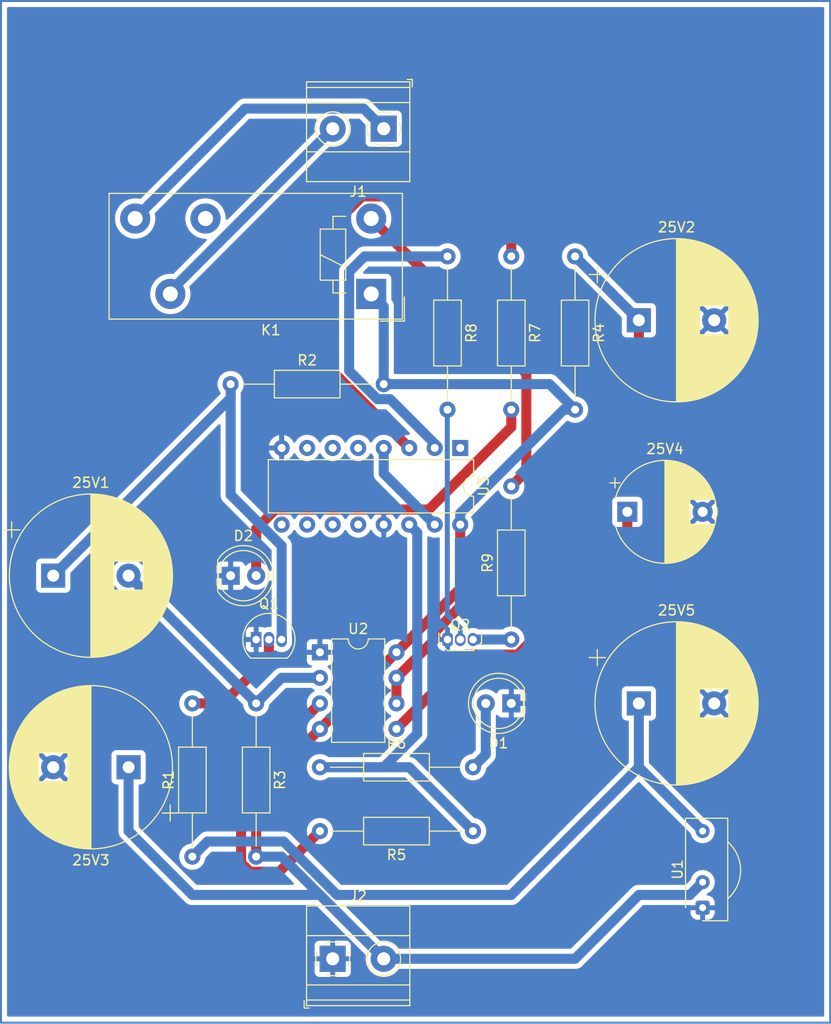
<source format=kicad_pcb>
(kicad_pcb (version 20221018) (generator pcbnew)
  (title_block (title "AC Load Remote Control ") (date "26.09.2023") (rev "1.0") (company "by Muxtar_Safarov"))
  (layers (0 "F.Cu" signal) (31 "B.Cu" signal) (34 "B.Paste" user) (35 "F.Paste" user) (36 "B.SilkS" user "B.Silkscreen") (37 "F.SilkS" user "F.Silkscreen") (38 "B.Mask" user) (39 "F.Mask" user) (44 "Edge.Cuts" user))
  (net 0 "")
  (net 1 "Net-(Q1-E)")
  (net 2 "Net-(U2-TR)")
  (net 3 "Net-(U2-DIS)")
  (net 4 "Earth")
  (net 5 "+6V")
  (net 6 "Net-(U2-CV)")
  (net 7 "Net-(U1-OUT)")
  (net 8 "Net-(D1-A)")
  (net 9 "Net-(D2-A)")
  (net 10 "Net-(J1-Pin_1)")
  (net 11 "Net-(J1-Pin_2)")
  (net 13 "Net-(K1-PadA2)")
  (net 14 "BASE")
  (net 15 "Net-(Q2-B)")
  (net 16 "Net-(Q2-C)")
  (net 17 "Net-(U3-CLK)")
  (net 18 "Net-(U2-Q)")
  (net 19 "Net-(U3-Q0)")
  (net 20 "Net-(U3-Q1)")
  (net 22 "Reset")
  (footprint "Capacitor_THT:CP_Radial_D16.0mm_P7.50mm" (layer "F.Cu") (at 107.95 158.75)
    (fp_text reference "25V5" (at 3.75 -9.25) (layer "F.SilkS"))
    (fp_text value "10uF")
    (pad "1" thru_hole rect (at 0 0) (size 2.4 2.4) (drill 1.2) (layers "*.Cu" "*.Mask") (net 7 "Net-(U1-OUT)"))
    (pad "2" thru_hole circle (at 7.5 0) (size 2.4 2.4) (drill 1.2) (layers "*.Cu" "*.Mask") (net 4 "Earth"))
  )
  (footprint "Package_TO_SOT_THT:TO-92Flat" (layer "F.Cu") (at 88.9 152.4)
    (fp_text reference "Q2" (at 1.27 -1.45) (layer "F.SilkS"))
    (fp_text value "BC140")
    (pad "1" thru_hole roundrect (at 0 0) (size 1.05 1.3) (drill 0.75) (layers "*.Cu" "*.Mask") (roundrect_rratio 0.238) (net 4 "Earth"))
    (pad "2" thru_hole oval (at 1.27 0) (size 1.05 1.3) (drill 0.75) (layers "*.Cu" "*.Mask") (net 15 "Net-(Q2-B)"))
    (pad "3" thru_hole oval (at 2.54 0) (size 1.05 1.3) (drill 0.75) (layers "*.Cu" "*.Mask") (net 16 "Net-(Q2-C)"))
  )
  (footprint "OptoDevice:Vishay_CAST-3Pin" (layer "F.Cu") (at 114.3 179.07 90)
    (fp_text reference "U1" (at 3.8 -2.5 90) (layer "F.SilkS"))
    (fp_text value "TSOP17xx")
    (pad "1" thru_hole roundrect (at 0 0 90) (size 1.4 1.4) (drill 0.7) (layers "*.Cu" "*.Mask") (roundrect_rratio 0.178) (net 4 "Earth"))
    (pad "2" thru_hole circle (at 2.54 0 90) (size 1.4 1.4) (drill 0.7) (layers "*.Cu" "*.Mask") (net 5 "+6V"))
    (pad "3" thru_hole circle (at 7.62 0 90) (size 1.4 1.4) (drill 0.7) (layers "*.Cu" "*.Mask") (net 7 "Net-(U1-OUT)"))
  )
  (footprint "Resistor_THT:R_Axial_DIN0207_L6.3mm_D2.5mm_P15.24mm_Horizontal" (layer "F.Cu") (at 76.2 165.1)
    (fp_text reference "R6" (at 7.62 -2.37) (layer "F.SilkS"))
    (fp_text value "1.2K")
    (pad "1" thru_hole circle (at 0 0) (size 1.6 1.6) (drill 0.8) (layers "*.Cu" "*.Mask") (net 17 "Net-(U3-CLK)"))
    (pad "2" thru_hole oval (at 15.24 0) (size 1.6 1.6) (drill 0.8) (layers "*.Cu" "*.Mask") (net 8 "Net-(D1-A)"))
  )
  (footprint "Capacitor_THT:CP_Radial_D10.0mm_P7.50mm" (layer "F.Cu") (at 106.8 139.7)
    (fp_text reference "25V4" (at 3.75 -6.25) (layer "F.SilkS"))
    (fp_text value "1uF")
    (pad "1" thru_hole rect (at 0 0) (size 2 2) (drill 1) (layers "*.Cu" "*.Mask") (net 6 "Net-(U2-CV)"))
    (pad "2" thru_hole circle (at 7.5 0) (size 2 2) (drill 1) (layers "*.Cu" "*.Mask") (net 4 "Earth"))
  )
  (footprint "Package_DIP:DIP-16_W7.62mm" (layer "F.Cu") (at 90.17 133.35 -90)
    (fp_text reference "U3" (at 3.81 -2.33 90) (layer "F.SilkS"))
    (fp_text value "4017")
    (pad "1" thru_hole rect (at 0 0 270) (size 1.6 1.6) (drill 0.8) (layers "*.Cu" "*.Mask"))
    (pad "2" thru_hole oval (at 0 2.54 270) (size 1.6 1.6) (drill 0.8) (layers "*.Cu" "*.Mask") (net 20 "Net-(U3-Q1)"))
    (pad "3" thru_hole oval (at 0 5.08 270) (size 1.6 1.6) (drill 0.8) (layers "*.Cu" "*.Mask") (net 19 "Net-(U3-Q0)"))
    (pad "4" thru_hole oval (at 0 7.62 270) (size 1.6 1.6) (drill 0.8) (layers "*.Cu" "*.Mask") (net 22 "Reset"))
    (pad "5" thru_hole oval (at 0 10.16 270) (size 1.6 1.6) (drill 0.8) (layers "*.Cu" "*.Mask"))
    (pad "6" thru_hole oval (at 0 12.7 270) (size 1.6 1.6) (drill 0.8) (layers "*.Cu" "*.Mask"))
    (pad "7" thru_hole oval (at 0 15.24 270) (size 1.6 1.6) (drill 0.8) (layers "*.Cu" "*.Mask"))
    (pad "8" thru_hole oval (at 0 17.78 270) (size 1.6 1.6) (drill 0.8) (layers "*.Cu" "*.Mask") (net 4 "Earth"))
    (pad "9" thru_hole oval (at 7.62 17.78 270) (size 1.6 1.6) (drill 0.8) (layers "*.Cu" "*.Mask"))
    (pad "10" thru_hole oval (at 7.62 15.24 270) (size 1.6 1.6) (drill 0.8) (layers "*.Cu" "*.Mask"))
    (pad "11" thru_hole oval (at 7.62 12.7 270) (size 1.6 1.6) (drill 0.8) (layers "*.Cu" "*.Mask"))
    (pad "12" thru_hole oval (at 7.62 10.16 270) (size 1.6 1.6) (drill 0.8) (layers "*.Cu" "*.Mask"))
    (pad "13" thru_hole oval (at 7.62 7.62 270) (size 1.6 1.6) (drill 0.8) (layers "*.Cu" "*.Mask") (net 4 "Earth"))
    (pad "14" thru_hole oval (at 7.62 5.08 270) (size 1.6 1.6) (drill 0.8) (layers "*.Cu" "*.Mask") (net 17 "Net-(U3-CLK)"))
    (pad "15" thru_hole oval (at 7.62 2.54 270) (size 1.6 1.6) (drill 0.8) (layers "*.Cu" "*.Mask") (net 22 "Reset"))
    (pad "16" thru_hole oval (at 7.62 0 270) (size 1.6 1.6) (drill 0.8) (layers "*.Cu" "*.Mask") (net 5 "+6V"))
  )
  (footprint "Resistor_THT:R_Axial_DIN0207_L6.3mm_D2.5mm_P15.24mm_Horizontal" (layer "F.Cu") (at 88.9 114.3 -90)
    (fp_text reference "R8" (at 7.62 -2.37 90) (layer "F.SilkS"))
    (fp_text value "560R")
    (pad "1" thru_hole circle (at 0 0 270) (size 1.6 1.6) (drill 0.8) (layers "*.Cu" "*.Mask") (net 20 "Net-(U3-Q1)"))
    (pad "2" thru_hole oval (at 15.24 0 270) (size 1.6 1.6) (drill 0.8) (layers "*.Cu" "*.Mask") (net 15 "Net-(Q2-B)"))
  )
  (footprint "Resistor_THT:R_Axial_DIN0207_L6.3mm_D2.5mm_P15.24mm_Horizontal" (layer "F.Cu") (at 67.31 127)
    (fp_text reference "R2" (at 7.62 -2.37) (layer "F.SilkS"))
    (fp_text value "4.7K")
    (pad "1" thru_hole circle (at 0 0) (size 1.6 1.6) (drill 0.8) (layers "*.Cu" "*.Mask") (net 1 "Net-(Q1-E)"))
    (pad "2" thru_hole oval (at 15.24 0) (size 1.6 1.6) (drill 0.8) (layers "*.Cu" "*.Mask") (net 5 "+6V"))
  )
  (footprint "Resistor_THT:R_Axial_DIN0207_L6.3mm_D2.5mm_P15.24mm_Horizontal" (layer "F.Cu") (at 91.44 171.45 180)
    (fp_text reference "R5" (at 7.62 -2.37) (layer "F.SilkS"))
    (fp_text value "1.2K")
    (pad "1" thru_hole circle (at 0 0 180) (size 1.6 1.6) (drill 0.8) (layers "*.Cu" "*.Mask") (net 17 "Net-(U3-CLK)"))
    (pad "2" thru_hole oval (at 15.24 0 180) (size 1.6 1.6) (drill 0.8) (layers "*.Cu" "*.Mask") (net 18 "Net-(U2-Q)"))
  )
  (footprint "Relay_THT:Relay_SPDT_Finder_40.41" (layer "F.Cu") (at 81.3075 118.0325 180)
    (fp_text reference "K1" (at 10 -3.6) (layer "F.SilkS"))
    (fp_text value "FINDER-40.41")
    (pad "11" thru_hole circle (at 20 0 180) (size 3 3) (drill 1.5) (layers "*.Cu" "*.Mask") (net 11 "Net-(J1-Pin_2)"))
    (pad "12" thru_hole circle (at 16.5 7.5 180) (size 3 3) (drill 1.5) (layers "*.Cu" "*.Mask"))
    (pad "14" thru_hole circle (at 23.5 7.5 180) (size 3 3) (drill 1.5) (layers "*.Cu" "*.Mask") (net 10 "Net-(J1-Pin_1)"))
    (pad "A1" thru_hole rect (at 0 0 180) (size 3 3) (drill 1.5) (layers "*.Cu" "*.Mask") (net 5 "+6V"))
    (pad "A2" thru_hole circle (at 0 7.5 180) (size 3 3) (drill 1.5) (layers "*.Cu" "*.Mask") (net 13 "Net-(K1-PadA2)"))
  )
  (footprint "Package_DIP:DIP-8_W7.62mm" (layer "F.Cu") (at 76.2 153.67)
    (fp_text reference "U2" (at 3.81 -2.33) (layer "F.SilkS"))
    (fp_text value "NE555P")
    (pad "1" thru_hole rect (at 0 0) (size 1.6 1.6) (drill 0.8) (layers "*.Cu" "*.Mask") (net 4 "Earth"))
    (pad "2" thru_hole oval (at 0 2.54) (size 1.6 1.6) (drill 0.8) (layers "*.Cu" "*.Mask") (net 2 "Net-(U2-TR)"))
    (pad "3" thru_hole oval (at 0 5.08) (size 1.6 1.6) (drill 0.8) (layers "*.Cu" "*.Mask") (net 18 "Net-(U2-Q)"))
    (pad "4" thru_hole oval (at 0 7.62) (size 1.6 1.6) (drill 0.8) (layers "*.Cu" "*.Mask") (net 5 "+6V"))
    (pad "5" thru_hole oval (at 7.62 7.62) (size 1.6 1.6) (drill 0.8) (layers "*.Cu" "*.Mask") (net 6 "Net-(U2-CV)"))
    (pad "6" thru_hole oval (at 7.62 5.08) (size 1.6 1.6) (drill 0.8) (layers "*.Cu" "*.Mask") (net 3 "Net-(U2-DIS)"))
    (pad "7" thru_hole oval (at 7.62 2.54) (size 1.6 1.6) (drill 0.8) (layers "*.Cu" "*.Mask") (net 3 "Net-(U2-DIS)"))
    (pad "8" thru_hole oval (at 7.62 0) (size 1.6 1.6) (drill 0.8) (layers "*.Cu" "*.Mask") (net 5 "+6V"))
  )
  (footprint "Capacitor_THT:CP_Radial_D16.0mm_P7.50mm" (layer "F.Cu") (at 107.95 120.65)
    (fp_text reference "25V2" (at 3.75 -9.25) (layer "F.SilkS"))
    (fp_text value "10uF")
    (pad "1" thru_hole rect (at 0 0) (size 2.4 2.4) (drill 1.2) (layers "*.Cu" "*.Mask") (net 3 "Net-(U2-DIS)"))
    (pad "2" thru_hole circle (at 7.5 0) (size 2.4 2.4) (drill 1.2) (layers "*.Cu" "*.Mask") (net 4 "Earth"))
  )
  (footprint "Capacitor_THT:CP_Radial_D16.0mm_P7.50mm" (layer "F.Cu") (at 49.65 146.05)
    (fp_text reference "25V1" (at 3.75 -9.25) (layer "F.SilkS"))
    (fp_text value "10uF")
    (pad "1" thru_hole rect (at 0 0) (size 2.4 2.4) (drill 1.2) (layers "*.Cu" "*.Mask") (net 1 "Net-(Q1-E)"))
    (pad "2" thru_hole circle (at 7.5 0) (size 2.4 2.4) (drill 1.2) (layers "*.Cu" "*.Mask") (net 2 "Net-(U2-TR)"))
  )
  (footprint "Capacitor_THT:CP_Radial_D16.0mm_P7.50mm" (layer "F.Cu") (at 57.15 165.1 180)
    (fp_text reference "25V3" (at 3.75 -9.25) (layer "F.SilkS"))
    (fp_text value "10uF")
    (pad "1" thru_hole rect (at 0 0 180) (size 2.4 2.4) (drill 1.2) (layers "*.Cu" "*.Mask") (net 5 "+6V"))
    (pad "2" thru_hole circle (at 7.5 0 180) (size 2.4 2.4) (drill 1.2) (layers "*.Cu" "*.Mask") (net 4 "Earth"))
  )
  (footprint "Resistor_THT:R_Axial_DIN0207_L6.3mm_D2.5mm_P15.24mm_Horizontal" (layer "F.Cu") (at 95.25 152.4 90)
    (fp_text reference "R9" (at 7.62 -2.37 90) (layer "F.SilkS"))
    (fp_text value "100R")
    (pad "1" thru_hole circle (at 0 0 90) (size 1.6 1.6) (drill 0.8) (layers "*.Cu" "*.Mask") (net 16 "Net-(Q2-C)"))
    (pad "2" thru_hole oval (at 15.24 0 90) (size 1.6 1.6) (drill 0.8) (layers "*.Cu" "*.Mask") (net 13 "Net-(K1-PadA2)"))
  )
  (footprint "LED_THT:LED_D5.0mm" (layer "F.Cu") (at 95.25 158.75 180)
    (fp_text reference "D1" (at 1.27 -3.96) (layer "F.SilkS"))
    (fp_text value "LED")
    (pad "1" thru_hole rect (at 0 0 180) (size 1.8 1.8) (drill 0.9) (layers "*.Cu" "*.Mask") (net 4 "Earth"))
    (pad "2" thru_hole circle (at 2.54 0 180) (size 1.8 1.8) (drill 0.9) (layers "*.Cu" "*.Mask") (net 8 "Net-(D1-A)"))
  )
  (footprint "Resistor_THT:R_Axial_DIN0207_L6.3mm_D2.5mm_P15.24mm_Horizontal" (layer "F.Cu") (at 101.6 114.3 -90)
    (fp_text reference "R4" (at 7.62 -2.37 90) (layer "F.SilkS"))
    (fp_text value "270K")
    (pad "1" thru_hole circle (at 0 0 270) (size 1.6 1.6) (drill 0.8) (layers "*.Cu" "*.Mask") (net 3 "Net-(U2-DIS)"))
    (pad "2" thru_hole oval (at 15.24 0 270) (size 1.6 1.6) (drill 0.8) (layers "*.Cu" "*.Mask") (net 5 "+6V"))
  )
  (footprint "Resistor_THT:R_Axial_DIN0207_L6.3mm_D2.5mm_P15.24mm_Horizontal" (layer "F.Cu") (at 95.25 114.3 -90)
    (fp_text reference "R7" (at 7.62 -2.37 90) (layer "F.SilkS"))
    (fp_text value "1.2K")
    (pad "1" thru_hole circle (at 0 0 270) (size 1.6 1.6) (drill 0.8) (layers "*.Cu" "*.Mask") (net 19 "Net-(U3-Q0)"))
    (pad "2" thru_hole oval (at 15.24 0 270) (size 1.6 1.6) (drill 0.8) (layers "*.Cu" "*.Mask") (net 9 "Net-(D2-A)"))
  )
  (footprint "Resistor_THT:R_Axial_DIN0207_L6.3mm_D2.5mm_P15.24mm_Horizontal" (layer "F.Cu") (at 69.85 158.75 -90)
    (fp_text reference "R3" (at 7.62 -2.37 90) (layer "F.SilkS"))
    (fp_text value "10K")
    (pad "1" thru_hole circle (at 0 0 270) (size 1.6 1.6) (drill 0.8) (layers "*.Cu" "*.Mask") (net 2 "Net-(U2-TR)"))
    (pad "2" thru_hole oval (at 15.24 0 270) (size 1.6 1.6) (drill 0.8) (layers "*.Cu" "*.Mask") (net 5 "+6V"))
  )
  (footprint "TerminalBlock_Phoenix:TerminalBlock_Phoenix_MKDS-1,5-2-5.08_1x02_P5.08mm_Horizontal" (layer "F.Cu") (at 77.47 184.15)
    (fp_text reference "J2" (at 2.54 -6.26) (layer "F.SilkS"))
    (fp_text value "VCC")
    (pad "1" thru_hole rect (at 0 0) (size 2.6 2.6) (drill 1.3) (layers "*.Cu" "*.Mask") (net 4 "Earth"))
    (pad "2" thru_hole circle (at 5.08 0) (size 2.6 2.6) (drill 1.3) (layers "*.Cu" "*.Mask") (net 5 "+6V"))
  )
  (footprint "Package_TO_SOT_THT:TO-92_Inline" (layer "F.Cu") (at 69.85 152.4)
    (fp_text reference "Q1" (at 1.27 -3.56) (layer "F.SilkS"))
    (fp_text value "BC158")
    (pad "1" thru_hole rect (at 0 0) (size 1.05 1.5) (drill 0.75) (layers "*.Cu" "*.Mask") (net 4 "Earth"))
    (pad "2" thru_hole oval (at 1.27 0) (size 1.05 1.5) (drill 0.75) (layers "*.Cu" "*.Mask") (net 14 "BASE"))
    (pad "3" thru_hole oval (at 2.54 0) (size 1.05 1.5) (drill 0.75) (layers "*.Cu" "*.Mask") (net 1 "Net-(Q1-E)"))
  )
  (footprint "TerminalBlock_Phoenix:TerminalBlock_Phoenix_MKDS-1,5-2-5.08_1x02_P5.08mm_Horizontal" (layer "F.Cu") (at 82.55 101.6 180)
    (fp_text reference "J1" (at 2.54 -6.26) (layer "F.SilkS"))
    (fp_text value "AC 230V 50Hz")
    (pad "1" thru_hole rect (at 0 0 180) (size 2.6 2.6) (drill 1.3) (layers "*.Cu" "*.Mask") (net 10 "Net-(J1-Pin_1)"))
    (pad "2" thru_hole circle (at 5.08 0 180) (size 2.6 2.6) (drill 1.3) (layers "*.Cu" "*.Mask") (net 11 "Net-(J1-Pin_2)"))
  )
  (footprint "Resistor_THT:R_Axial_DIN0207_L6.3mm_D2.5mm_P15.24mm_Horizontal" (layer "F.Cu") (at 63.5 173.99 90)
    (fp_text reference "R1" (at 7.62 -2.37 90) (layer "F.SilkS"))
    (fp_text value "470R")
    (pad "1" thru_hole circle (at 0 0 90) (size 1.6 1.6) (drill 0.8) (layers "*.Cu" "*.Mask") (net 7 "Net-(U1-OUT)"))
    (pad "2" thru_hole oval (at 15.24 0 90) (size 1.6 1.6) (drill 0.8) (layers "*.Cu" "*.Mask") (net 14 "BASE"))
  )
  (footprint "LED_THT:LED_D5.0mm" (layer "F.Cu") (at 67.31 146.05)
    (fp_text reference "D2" (at 1.27 -3.96) (layer "F.SilkS"))
    (fp_text value "LED")
    (pad "1" thru_hole rect (at 0 0) (size 1.8 1.8) (drill 0.9) (layers "*.Cu" "*.Mask") (net 4 "Earth"))
    (pad "2" thru_hole circle (at 2.54 0) (size 1.8 1.8) (drill 0.9) (layers "*.Cu" "*.Mask") (net 9 "Net-(D2-A)"))
  )
  (gr_rect (start 44.45 88.9) (end 127 190.5) (stroke (width 0.2)) (fill none) (layer "B.Cu"))
  (segment (start 72.39 143.091321) (end 67.31 138.011321) (width 1) (layer "B.Cu") (net 1))
  (segment (start 49.65 146.05) (end 67.31 128.39) (width 1) (layer "B.Cu") (net 1))
  (segment (start 72.39 152.4) (end 72.39 143.091321) (width 1) (layer "B.Cu") (net 1))
  (segment (start 67.31 128.39) (end 67.31 127) (width 1) (layer "B.Cu") (net 1))
  (segment (start 67.31 138.011321) (end 67.31 127) (width 1) (layer "B.Cu") (net 1))
  (segment (start 72.39 156.21) (end 69.85 158.75) (width 1) (layer "B.Cu") (net 2))
  (segment (start 57.15 146.05) (end 69.85 158.75) (width 1) (layer "B.Cu") (net 2))
  (segment (start 76.2 156.21) (end 72.39 156.21) (width 1) (layer "B.Cu") (net 2))
  (segment (start 87.675 152.355) (end 83.82 156.21) (width 1) (layer "F.Cu") (net 3))
  (segment (start 107.95 131.331439) (end 87.675 151.606439) (width 1) (layer "F.Cu") (net 3))
  (segment (start 83.82 158.75) (end 83.82 156.21) (width 1) (layer "F.Cu") (net 3))
  (segment (start 87.675 151.606439) (end 87.675 152.355) (width 1) (layer "F.Cu") (net 3))
  (segment (start 107.95 120.65) (end 107.95 131.331439) (width 1) (layer "F.Cu") (net 3))
  (segment (start 101.6 114.3) (end 107.95 120.65) (width 1) (layer "B.Cu") (net 3))
  (segment (start 83.82 153.67) (end 90.17 147.32) (width 1) (layer "F.Cu") (net 5))
  (segment (start 76.2 161.29) (end 69.85 167.64) (width 1) (layer "F.Cu") (net 5))
  (segment (start 76.2 161.29) (end 83.82 153.67) (width 1) (layer "F.Cu") (net 5))
  (segment (start 69.85 167.64) (end 69.85 173.99) (width 1) (layer "F.Cu") (net 5))
  (segment (start 90.17 147.32) (end 90.17 140.97) (width 1) (layer "F.Cu") (net 5))
  (segment (start 57.15 171.45) (end 63.5 177.8) (width 1) (layer "B.Cu") (net 5))
  (segment (start 82.55 184.15) (end 101.6 184.15) (width 1) (layer "B.Cu") (net 5))
  (segment (start 82.55 127) (end 82.55 119.275) (width 1) (layer "B.Cu") (net 5))
  (segment (start 90.17 139.83863) (end 100.46863 129.54) (width 1) (layer "B.Cu") (net 5))
  (segment (start 57.15 165.1) (end 57.15 171.45) (width 1) (layer "B.Cu") (net 5))
  (segment (start 82.55 127) (end 99.06 127) (width 1) (layer "B.Cu") (net 5))
  (segment (start 90.17 140.97) (end 90.17 139.83863) (width 1) (layer "B.Cu") (net 5))
  (segment (start 72.39 173.99) (end 69.85 173.99) (width 1) (layer "B.Cu") (net 5))
  (segment (start 82.55 119.275) (end 81.3075 118.0325) (width 1) (layer "B.Cu") (net 5))
  (segment (start 99.06 127) (end 101.6 129.54) (width 1) (layer "B.Cu") (net 5))
  (segment (start 107.95 177.8) (end 113.03 177.8) (width 1) (layer "B.Cu") (net 5))
  (segment (start 82.55 184.15) (end 72.39 173.99) (width 1) (layer "B.Cu") (net 5))
  (segment (start 101.6 184.15) (end 107.95 177.8) (width 1) (layer "B.Cu") (net 5))
  (segment (start 100.46863 129.54) (end 101.6 129.54) (width 1) (layer "B.Cu") (net 5))
  (segment (start 113.03 177.8) (end 114.3 176.53) (width 1) (layer "B.Cu") (net 5))
  (segment (start 63.5 177.8) (end 76.2 177.8) (width 1) (layer "B.Cu") (net 5))
  (segment (start 76.2 177.8) (end 82.55 184.15) (width 1) (layer "B.Cu") (net 5))
  (segment (start 106.8 142.971321) (end 95.871321 153.9) (width 1) (layer "F.Cu") (net 6))
  (segment (start 95.871321 153.9) (end 91.21 153.9) (width 1) (layer "F.Cu") (net 6))
  (segment (start 106.8 139.7) (end 106.8 142.971321) (width 1) (layer "F.Cu") (net 6))
  (segment (start 91.21 153.9) (end 83.82 161.29) (width 1) (layer "F.Cu") (net 6))
  (segment (start 77.897056 177.8) (end 95.25 177.8) (width 1) (layer "B.Cu") (net 7))
  (segment (start 107.95 165.1) (end 107.95 158.75) (width 1) (layer "B.Cu") (net 7))
  (segment (start 63.5 173.99) (end 65 172.49) (width 1) (layer "B.Cu") (net 7))
  (segment (start 114.3 171.45) (end 107.95 165.1) (width 1) (layer "B.Cu") (net 7))
  (segment (start 65 172.49) (end 72.587056 172.49) (width 1) (layer "B.Cu") (net 7))
  (segment (start 95.25 177.8) (end 107.95 165.1) (width 1) (layer "B.Cu") (net 7))
  (segment (start 72.587056 172.49) (end 77.897056 177.8) (width 1) (layer "B.Cu") (net 7))
  (segment (start 92.71 163.83) (end 91.44 165.1) (width 1) (layer "B.Cu") (net 8))
  (segment (start 92.71 158.75) (end 92.71 163.83) (width 1) (layer "B.Cu") (net 8))
  (segment (start 69.85 141.388679) (end 71.768679 139.47) (width 1) (layer "F.Cu") (net 9))
  (segment (start 71.768679 139.47) (end 87.05 139.47) (width 1) (layer "F.Cu") (net 9))
  (segment (start 69.85 146.05) (end 69.85 141.388679) (width 1) (layer "F.Cu") (net 9))
  (segment (start 87.05 139.47) (end 95.25 131.27) (width 1) (layer "F.Cu") (net 9))
  (segment (start 95.25 131.27) (end 95.25 129.54) (width 1) (layer "F.Cu") (net 9))
  (segment (start 68.74 99.6) (end 80.55 99.6) (width 1) (layer "B.Cu") (net 10))
  (segment (start 80.55 99.6) (end 82.55 101.6) (width 1) (layer "B.Cu") (net 10))
  (segment (start 57.8075 110.5325) (end 68.74 99.6) (width 1) (layer "B.Cu") (net 10))
  (segment (start 77.47 101.6) (end 61.3075 117.7625) (width 1) (layer "B.Cu") (net 11))
  (segment (start 61.3075 117.7625) (end 61.3075 118.0325) (width 1) (layer "B.Cu") (net 11))
  (segment (start 95.25 137.16) (end 96.75 135.66) (width 1) (layer "F.Cu") (net 13))
  (segment (start 96.75 125.975) (end 81.3075 110.5325) (width 1) (layer "F.Cu") (net 13))
  (segment (start 96.75 135.66) (end 96.75 125.975) (width 1) (layer "F.Cu") (net 13))
  (segment (start 71.12 154.15) (end 66.52 158.75) (width 1) (layer "F.Cu") (net 14))
  (segment (start 71.12 152.4) (end 71.12 154.15) (width 1) (layer "F.Cu") (net 14))
  (segment (start 66.52 158.75) (end 63.5 158.75) (width 1) (layer "F.Cu") (net 14))
  (segment (start 88.88 129.56) (end 88.88 149.96) (width 0.5) (layer "B.Cu") (net 15))
  (segment (start 88.88 149.96) (end 90.17 151.25) (width 0.5) (layer "B.Cu") (net 15))
  (segment (start 88.9 129.54) (end 88.88 129.56) (width 0.5) (layer "B.Cu") (net 15))
  (segment (start 90.17 151.25) (end 90.17 152.4) (width 0.5) (layer "B.Cu") (net 15))
  (segment (start 95.25 152.4) (end 91.44 152.4) (width 1) (layer "B.Cu") (net 16))
  (segment (start 85.09 140.97) (end 85.889999 141.769999) (width 1) (layer "B.Cu") (net 17))
  (segment (start 85.889999 161.760001) (end 82.55 165.1) (width 1) (layer "B.Cu") (net 17))
  (segment (start 76.2 165.1) (end 85.09 165.1) (width 1) (layer "B.Cu") (net 17))
  (segment (start 82.55 165.1) (end 76.2 165.1) (width 1) (layer "B.Cu") (net 17))
  (segment (start 85.889999 141.769999) (end 85.889999 161.760001) (width 1) (layer "B.Cu") (net 17))
  (segment (start 85.09 165.1) (end 91.44 171.45) (width 1) (layer "B.Cu") (net 17))
  (segment (start 69.228679 175.49) (end 68.35 174.611321) (width 1) (layer "F.Cu") (net 18))
  (segment (start 72.16 175.49) (end 69.228679 175.49) (width 1) (layer "F.Cu") (net 18))
  (segment (start 76.2 171.45) (end 72.16 175.49) (width 1) (layer "F.Cu") (net 18))
  (segment (start 68.35 166.6) (end 76.2 158.75) (width 1) (layer "F.Cu") (net 18))
  (segment (start 68.35 174.611321) (end 68.35 166.6) (width 1) (layer "F.Cu") (net 18))
  (segment (start 95.25 110.3) (end 93.2825 108.3325) (width 1) (layer "F.Cu") (net 19))
  (segment (start 80.39623 108.3325) (end 76.2 112.52873) (width 1) (layer "F.Cu") (net 19))
  (segment (start 95.25 114.3) (end 95.25 110.3) (width 1) (layer "F.Cu") (net 19))
  (segment (start 93.2825 108.3325) (end 80.39623 108.3325) (width 1) (layer "F.Cu") (net 19))
  (segment (start 76.2 112.52873) (end 76.2 124.46) (width 1) (layer "F.Cu") (net 19))
  (segment (start 76.2 124.46) (end 85.09 133.35) (width 1) (layer "F.Cu") (net 19))
  (segment (start 83.198679 128.5) (end 81.928679 128.5) (width 1) (layer "B.Cu") (net 20))
  (segment (start 80.64 114.3) (end 88.9 114.3) (width 1) (layer "B.Cu") (net 20))
  (segment (start 79.1075 115.8325) (end 80.64 114.3) (width 1) (layer "B.Cu") (net 20))
  (segment (start 87.63 133.35) (end 87.63 132.931321) (width 1) (layer "B.Cu") (net 20))
  (segment (start 81.928679 128.5) (end 79.1075 125.678821) (width 1) (layer "B.Cu") (net 20))
  (segment (start 79.1075 125.678821) (end 79.1075 115.8325) (width 1) (layer "B.Cu") (net 20))
  (segment (start 87.63 132.931321) (end 83.198679 128.5) (width 1) (layer "B.Cu") (net 20))
  (segment (start 82.55 133.35) (end 82.55 135.89) (width 1) (layer "B.Cu") (net 22))
  (segment (start 82.55 135.89) (end 87.63 140.97) (width 1) (layer "B.Cu") (net 22))
  (zone (net 4) (net_name "Earth") (layer "B.Cu") (connect_pads (clearance 0.5)) (min_thickness 0.25) (fill yes (thermal_gap 0.5) (thermal_bridge_width 0.5))
    (polygon (pts (xy 44.45 88.9) (xy 44.45 190.5) (xy 127 190.5) (xy 127 88.9)))
  )
)
</source>
